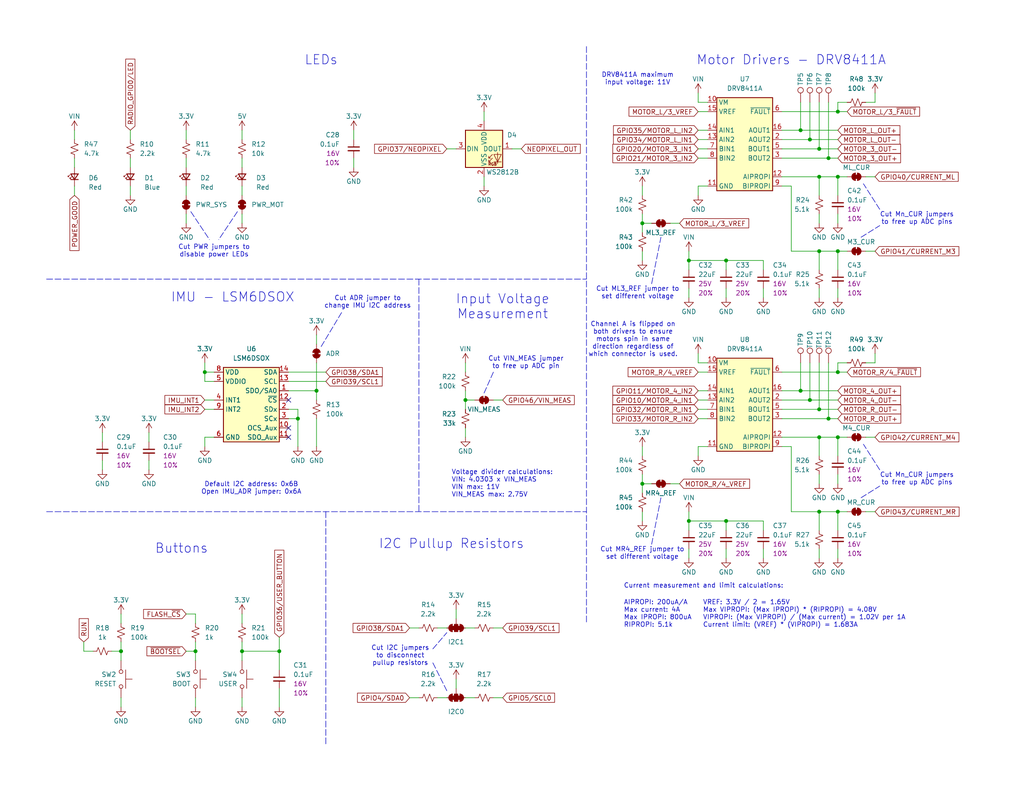
<source format=kicad_sch>
(kicad_sch (version 20231120) (generator "eeschema") (generator_version "8.0")
  (paper "USLetter")
  (title_block (title "SparkFun XRP Control Board") (date "2024-12-12") (rev "v20") (company "SparkFun Electronics") (comment 1 "Designed by: Dryw Wade"))
  (junction (at 66.04 177.8))
  (junction (at 223.52 111.76))
  (junction (at 198.12 71.12))
  (junction (at 218.44 106.68))
  (junction (at 228.6 48.26))
  (junction (at 198.12 142.24))
  (junction (at 228.6 68.58))
  (junction (at 220.98 38.1))
  (junction (at 223.52 139.7))
  (junction (at 175.26 60.96))
  (junction (at 228.6 101.6))
  (junction (at 226.06 114.3))
  (junction (at 220.98 109.22))
  (junction (at 223.52 48.26))
  (junction (at 228.6 119.38))
  (junction (at 226.06 43.18))
  (junction (at 228.6 30.48))
  (junction (at 76.2 177.8))
  (junction (at 223.52 40.64))
  (junction (at 53.34 177.8))
  (junction (at 86.36 106.68))
  (junction (at 175.26 132.08))
  (junction (at 187.96 71.12))
  (junction (at 187.96 142.24))
  (junction (at 228.6 139.7))
  (junction (at 127 109.22))
  (junction (at 223.52 119.38))
  (junction (at 223.52 68.58))
  (junction (at 218.44 35.56))
  (junction (at 33.02 177.8))
  (junction (at 55.88 101.6))
  (junction (at 81.28 114.3))
  (no_connect (at 78.74 119.38))
  (no_connect (at 78.74 116.84))
  (no_connect (at 78.74 109.22))
  (wire (pts (xy 228.6 27.94) (xy 228.6 30.48)))
  (wire (pts (xy 228.6 30.48) (xy 231.14 30.48)))
  (wire (pts (xy 226.06 114.3) (xy 213.36 114.3)))
  (wire (pts (xy 190.5 106.68) (xy 193.04 106.68)))
  (wire (pts (xy 66.04 193.04) (xy 66.04 190.5)))
  (wire (pts (xy 175.26 129.54) (xy 175.26 132.08)))
  (wire (pts (xy 66.04 175.26) (xy 66.04 177.8)))
  (wire (pts (xy 228.6 68.58) (xy 228.6 73.66)))
  (polyline (pts (xy 240.03 57.15) (xy 235.585 50.165)) (stroke (width 0) (type dash)))
  (wire (pts (xy 175.26 68.58) (xy 175.26 71.12)))
  (wire (pts (xy 33.02 177.8) (xy 33.02 180.34)))
  (wire (pts (xy 78.74 101.6) (xy 88.9 101.6)))
  (wire (pts (xy 127 119.38) (xy 127 116.84)))
  (wire (pts (xy 187.96 144.78) (xy 187.96 142.24)))
  (wire (pts (xy 223.52 68.58) (xy 228.6 68.58)))
  (wire (pts (xy 81.28 111.76) (xy 81.28 114.3)))
  (polyline (pts (xy 12.7 76.2) (xy 160.02 76.2)) (stroke (width 0) (type dash)))
  (wire (pts (xy 20.32 50.8) (xy 20.32 53.34)))
  (wire (pts (xy 228.6 78.74) (xy 228.6 81.28)))
  (wire (pts (xy 66.04 177.8) (xy 66.04 180.34)))
  (wire (pts (xy 190.5 38.1) (xy 193.04 38.1)))
  (wire (pts (xy 33.02 175.26) (xy 33.02 177.8)))
  (wire (pts (xy 190.5 109.22) (xy 193.04 109.22)))
  (polyline (pts (xy 234.95 135.89) (xy 240.03 132.715)) (stroke (width 0) (type dash)))
  (wire (pts (xy 35.56 50.8) (xy 35.56 53.34)))
  (wire (pts (xy 228.6 139.7) (xy 228.6 144.78)))
  (wire (pts (xy 119.38 190.5) (xy 121.92 190.5)))
  (wire (pts (xy 228.6 38.1) (xy 220.98 38.1)))
  (wire (pts (xy 228.6 119.38) (xy 231.14 119.38)))
  (wire (pts (xy 238.76 99.06) (xy 238.76 96.52)))
  (wire (pts (xy 78.74 114.3) (xy 81.28 114.3)))
  (wire (pts (xy 215.9 50.8) (xy 215.9 68.58)))
  (polyline (pts (xy 240.03 128.27) (xy 235.585 121.285)) (stroke (width 0) (type dash)))
  (wire (pts (xy 33.02 167.64) (xy 33.02 170.18)))
  (wire (pts (xy 50.8 60.96) (xy 50.8 58.42)))
  (polyline (pts (xy 12.7 139.7) (xy 160.02 139.7)) (stroke (width 0) (type dash)))
  (wire (pts (xy 55.88 104.14) (xy 55.88 101.6)))
  (wire (pts (xy 228.6 119.38) (xy 223.52 119.38)))
  (wire (pts (xy 76.2 187.96) (xy 76.2 193.04)))
  (wire (pts (xy 220.98 38.1) (xy 213.36 38.1)))
  (wire (pts (xy 231.14 27.94) (xy 228.6 27.94)))
  (wire (pts (xy 218.44 35.56) (xy 213.36 35.56)))
  (polyline (pts (xy 118.11 177.165) (xy 121.92 172.72)) (stroke (width 0) (type dash)))
  (wire (pts (xy 127 190.5) (xy 129.54 190.5)))
  (wire (pts (xy 215.9 121.92) (xy 215.9 139.7)))
  (wire (pts (xy 228.6 114.3) (xy 226.06 114.3)))
  (wire (pts (xy 223.52 149.86) (xy 223.52 152.4)))
  (wire (pts (xy 193.04 50.8) (xy 190.5 50.8)))
  (wire (pts (xy 55.88 119.38) (xy 55.88 121.92)))
  (wire (pts (xy 127 171.45) (xy 129.54 171.45)))
  (wire (pts (xy 190.5 25.4) (xy 190.5 27.94)))
  (wire (pts (xy 223.52 48.26) (xy 223.52 53.34)))
  (wire (pts (xy 226.06 43.18) (xy 213.36 43.18)))
  (polyline (pts (xy 52.07 57.785) (xy 57.15 65.405)) (stroke (width 0) (type dash)))
  (wire (pts (xy 228.6 101.6) (xy 231.14 101.6)))
  (polyline (pts (xy 64.77 57.785) (xy 59.69 65.405)) (stroke (width 0) (type dash)))
  (wire (pts (xy 40.64 128.27) (xy 40.64 125.73)))
  (wire (pts (xy 142.24 40.64) (xy 139.7 40.64)))
  (wire (pts (xy 213.36 48.26) (xy 223.52 48.26)))
  (wire (pts (xy 223.52 27.94) (xy 223.52 40.64)))
  (wire (pts (xy 53.34 175.26) (xy 53.34 177.8)))
  (wire (pts (xy 193.04 27.94) (xy 190.5 27.94)))
  (polyline (pts (xy 118.11 180.975) (xy 121.92 188.595)) (stroke (width 0) (type dash)))
  (wire (pts (xy 213.36 119.38) (xy 223.52 119.38)))
  (wire (pts (xy 213.36 50.8) (xy 215.9 50.8)))
  (wire (pts (xy 58.42 104.14) (xy 55.88 104.14)))
  (wire (pts (xy 228.6 58.42) (xy 228.6 60.96)))
  (wire (pts (xy 55.88 101.6) (xy 55.88 99.06)))
  (polyline (pts (xy 87.63 94.615) (xy 93.345 85.09)) (stroke (width 0) (type dash)))
  (wire (pts (xy 175.26 139.7) (xy 175.26 142.24)))
  (wire (pts (xy 231.14 99.06) (xy 228.6 99.06)))
  (wire (pts (xy 175.26 121.92) (xy 175.26 124.46)))
  (wire (pts (xy 50.8 177.8) (xy 53.34 177.8)))
  (wire (pts (xy 223.52 40.64) (xy 213.36 40.64)))
  (wire (pts (xy 228.6 124.46) (xy 228.6 119.38)))
  (wire (pts (xy 66.04 38.1) (xy 66.04 35.56)))
  (wire (pts (xy 228.6 43.18) (xy 226.06 43.18)))
  (wire (pts (xy 223.52 119.38) (xy 223.52 124.46)))
  (wire (pts (xy 208.28 142.24) (xy 208.28 144.78)))
  (wire (pts (xy 193.04 121.92) (xy 190.5 121.92)))
  (wire (pts (xy 190.5 50.8) (xy 190.5 53.34)))
  (wire (pts (xy 134.62 190.5) (xy 137.16 190.5)))
  (wire (pts (xy 228.6 48.26) (xy 228.6 53.34)))
  (wire (pts (xy 86.36 91.44) (xy 86.36 93.98)))
  (wire (pts (xy 190.5 114.3) (xy 193.04 114.3)))
  (wire (pts (xy 223.52 111.76) (xy 213.36 111.76)))
  (wire (pts (xy 55.88 111.76) (xy 58.42 111.76)))
  (wire (pts (xy 66.04 177.8) (xy 76.2 177.8)))
  (wire (pts (xy 86.36 99.06) (xy 86.36 106.68)))
  (wire (pts (xy 175.26 60.96) (xy 177.8 60.96)))
  (wire (pts (xy 121.92 40.64) (xy 124.46 40.64)))
  (wire (pts (xy 81.28 114.3) (xy 81.28 121.92)))
  (wire (pts (xy 58.42 101.6) (xy 55.88 101.6)))
  (wire (pts (xy 78.74 111.76) (xy 81.28 111.76)))
  (wire (pts (xy 27.94 128.27) (xy 27.94 125.73)))
  (polyline (pts (xy 88.9 139.7) (xy 88.9 203.2)) (stroke (width 0) (type dash)))
  (wire (pts (xy 220.98 99.06) (xy 220.98 109.22)))
  (polyline (pts (xy 132.08 107.315) (xy 134.62 101.6)) (stroke (width 0) (type dash)))
  (wire (pts (xy 228.6 139.7) (xy 231.14 139.7)))
  (wire (pts (xy 226.06 27.94) (xy 226.06 43.18)))
  (wire (pts (xy 124.46 185.42) (xy 124.46 187.96)))
  (wire (pts (xy 96.52 35.56) (xy 96.52 38.1)))
  (wire (pts (xy 236.22 99.06) (xy 238.76 99.06)))
  (wire (pts (xy 190.5 30.48) (xy 193.04 30.48)))
  (wire (pts (xy 175.26 60.96) (xy 175.26 63.5)))
  (wire (pts (xy 119.38 171.45) (xy 121.92 171.45)))
  (wire (pts (xy 27.94 118.11) (xy 27.94 120.65)))
  (wire (pts (xy 215.9 139.7) (xy 223.52 139.7)))
  (wire (pts (xy 208.28 149.86) (xy 208.28 152.4)))
  (wire (pts (xy 86.36 106.68) (xy 86.36 109.22)))
  (wire (pts (xy 132.08 50.8) (xy 132.08 48.26)))
  (polyline (pts (xy 234.95 64.77) (xy 240.03 61.595)) (stroke (width 0) (type dash)))
  (polyline (pts (xy 177.8 77.47) (xy 180.34 64.77)) (stroke (width 0) (type dash)))
  (wire (pts (xy 114.3 171.45) (xy 111.76 171.45)))
  (wire (pts (xy 236.22 48.26) (xy 238.76 48.26)))
  (wire (pts (xy 50.8 50.8) (xy 50.8 53.34)))
  (wire (pts (xy 228.6 109.22) (xy 220.98 109.22)))
  (wire (pts (xy 78.74 104.14) (xy 88.9 104.14)))
  (wire (pts (xy 40.64 118.11) (xy 40.64 120.65)))
  (wire (pts (xy 96.52 45.72) (xy 96.52 43.18)))
  (wire (pts (xy 127 106.68) (xy 127 109.22)))
  (wire (pts (xy 218.44 27.94) (xy 218.44 35.56)))
  (wire (pts (xy 76.2 173.99) (xy 76.2 177.8)))
  (wire (pts (xy 134.62 171.45) (xy 137.16 171.45)))
  (wire (pts (xy 213.36 30.48) (xy 228.6 30.48)))
  (wire (pts (xy 175.26 58.42) (xy 175.26 60.96)))
  (polyline (pts (xy 177.8 148.59) (xy 180.34 135.89)) (stroke (width 0) (type dash)))
  (wire (pts (xy 187.96 81.28) (xy 187.96 78.74)))
  (wire (pts (xy 223.52 99.06) (xy 223.52 111.76)))
  (wire (pts (xy 228.6 129.54) (xy 228.6 132.08)))
  (wire (pts (xy 187.96 139.7) (xy 187.96 142.24)))
  (wire (pts (xy 53.34 177.8) (xy 53.34 180.34)))
  (wire (pts (xy 190.5 101.6) (xy 193.04 101.6)))
  (wire (pts (xy 187.96 71.12) (xy 198.12 71.12)))
  (wire (pts (xy 213.36 121.92) (xy 215.9 121.92)))
  (wire (pts (xy 187.96 142.24) (xy 198.12 142.24)))
  (wire (pts (xy 228.6 149.86) (xy 228.6 152.4)))
  (wire (pts (xy 213.36 101.6) (xy 228.6 101.6)))
  (wire (pts (xy 175.26 132.08) (xy 177.8 132.08)))
  (wire (pts (xy 127 99.06) (xy 127 101.6)))
  (wire (pts (xy 190.5 111.76) (xy 193.04 111.76)))
  (wire (pts (xy 228.6 106.68) (xy 218.44 106.68)))
  (wire (pts (xy 198.12 71.12) (xy 208.28 71.12)))
  (wire (pts (xy 215.9 68.58) (xy 223.52 68.58)))
  (wire (pts (xy 190.5 121.92) (xy 190.5 124.46)))
  (wire (pts (xy 190.5 40.64) (xy 193.04 40.64)))
  (wire (pts (xy 223.52 129.54) (xy 223.52 132.08)))
  (wire (pts (xy 53.34 167.64) (xy 50.8 167.64)))
  (wire (pts (xy 198.12 152.4) (xy 198.12 149.86)))
  (polyline (pts (xy 160.02 12.7) (xy 160.02 170.18)) (stroke (width 0) (type dash)))
  (wire (pts (xy 127 109.22) (xy 127 111.76)))
  (wire (pts (xy 185.42 132.08) (xy 182.88 132.08)))
  (wire (pts (xy 238.76 27.94) (xy 238.76 25.4)))
  (wire (pts (xy 66.04 60.96) (xy 66.04 58.42)))
  (wire (pts (xy 53.34 167.64) (xy 53.34 170.18)))
  (wire (pts (xy 33.02 193.04) (xy 33.02 190.5)))
  (wire (pts (xy 30.48 177.8) (xy 33.02 177.8)))
  (wire (pts (xy 228.6 111.76) (xy 223.52 111.76)))
  (wire (pts (xy 220.98 27.94) (xy 220.98 38.1)))
  (wire (pts (xy 220.98 109.22) (xy 213.36 109.22)))
  (wire (pts (xy 20.32 43.18) (xy 20.32 45.72)))
  (wire (pts (xy 226.06 99.06) (xy 226.06 114.3)))
  (wire (pts (xy 228.6 99.06) (xy 228.6 101.6)))
  (wire (pts (xy 50.8 43.18) (xy 50.8 45.72)))
  (wire (pts (xy 132.08 30.48) (xy 132.08 33.02)))
  (wire (pts (xy 236.22 27.94) (xy 238.76 27.94)))
  (wire (pts (xy 78.74 106.68) (xy 86.36 106.68)))
  (wire (pts (xy 190.5 35.56) (xy 193.04 35.56)))
  (wire (pts (xy 127 109.22) (xy 129.54 109.22)))
  (wire (pts (xy 238.76 119.38) (xy 236.22 119.38)))
  (wire (pts (xy 193.04 99.06) (xy 190.5 99.06)))
  (wire (pts (xy 198.12 142.24) (xy 198.12 144.78)))
  (wire (pts (xy 187.96 152.4) (xy 187.96 149.86)))
  (wire (pts (xy 223.52 139.7) (xy 228.6 139.7)))
  (wire (pts (xy 86.36 114.3) (xy 86.36 121.92)))
  (wire (pts (xy 223.52 48.26) (xy 228.6 48.26)))
  (wire (pts (xy 218.44 106.68) (xy 213.36 106.68)))
  (wire (pts (xy 175.26 132.08) (xy 175.26 134.62)))
  (wire (pts (xy 35.56 45.72) (xy 35.56 43.18)))
  (wire (pts (xy 236.22 68.58) (xy 238.76 68.58)))
  (wire (pts (xy 20.32 38.1) (xy 20.32 35.56)))
  (wire (pts (xy 228.6 40.64) (xy 223.52 40.64)))
  (wire (pts (xy 223.52 58.42) (xy 223.52 60.96)))
  (wire (pts (xy 228.6 48.26) (xy 231.14 48.26)))
  (wire (pts (xy 223.52 68.58) (xy 223.52 73.66)))
  (wire (pts (xy 55.88 109.22) (xy 58.42 109.22)))
  (wire (pts (xy 114.3 190.5) (xy 111.76 190.5)))
  (wire (pts (xy 208.28 71.12) (xy 208.28 73.66)))
  (wire (pts (xy 134.62 109.22) (xy 137.16 109.22)))
  (wire (pts (xy 228.6 35.56) (xy 218.44 35.56)))
  (wire (pts (xy 66.04 43.18) (xy 66.04 45.72)))
  (wire (pts (xy 190.5 43.18) (xy 193.04 43.18)))
  (wire (pts (xy 198.12 142.24) (xy 208.28 142.24)))
  (wire (pts (xy 53.34 193.04) (xy 53.34 190.5)))
  (wire (pts (xy 218.44 99.06) (xy 218.44 106.68)))
  (wire (pts (xy 35.56 38.1) (xy 35.56 35.56)))
  (wire (pts (xy 228.6 68.58) (xy 231.14 68.58)))
  (wire (pts (xy 187.96 73.66) (xy 187.96 71.12)))
  (wire (pts (xy 124.46 166.37) (xy 124.46 168.91)))
  (wire (pts (xy 175.26 50.8) (xy 175.26 53.34)))
  (wire (pts (xy 208.28 78.74) (xy 208.28 81.28)))
  (wire (pts (xy 50.8 38.1) (xy 50.8 35.56)))
  (wire (pts (xy 236.22 139.7) (xy 238.76 139.7)))
  (wire (pts (xy 190.5 96.52) (xy 190.5 99.06)))
  (wire (pts (xy 187.96 68.58) (xy 187.96 71.12)))
  (wire (pts (xy 22.86 177.8) (xy 25.4 177.8)))
  (wire (pts (xy 223.52 139.7) (xy 223.52 144.78)))
  (wire (pts (xy 58.42 119.38) (xy 55.88 119.38)))
  (wire (pts (xy 198.12 81.28) (xy 198.12 78.74)))
  (wire (pts (xy 198.12 71.12) (xy 198.12 73.66)))
  (wire (pts (xy 66.04 50.8) (xy 66.04 53.34)))
  (wire (pts (xy 223.52 78.74) (xy 223.52 81.28)))
  (wire (pts (xy 185.42 60.96) (xy 182.88 60.96)))
  (wire (pts (xy 22.86 175.26) (xy 22.86 177.8)))
  (wire (pts (xy 66.04 167.64) (xy 66.04 170.18)))
  (polyline (pts (xy 114.3 76.2) (xy 114.3 139.7)) (stroke (width 0) (type dash)))
  (wire (pts (xy 76.2 177.8) (xy 76.2 182.88)))
  (text "Channel A is flipped on\nboth drivers to ensure\nmotors spin in same\ndirection regardless of\nwhich connector is used." (at 172.72 92.71 0) (effects (font (size 1.27 1.27))))
  (text "I2C Pullup Resistors" (at 123.19 148.59 0) (effects (font (size 2.54 2.54))))
  (text "Cut Mn_CUR jumpers\nto free up ADC pins" (at 250.19 130.81 0) (effects (font (size 1.27 1.27))))
  (text "LEDs" (at 87.63 16.51 0) (effects (font (size 2.54 2.54))))
  (text "Cut ADR jumper to\nchange IMU I2C address" (at 100.33 82.55 0) (effects (font (size 1.27 1.27))))
  (text "Cut ML3_REF jumper to\nset different voltage" (at 173.99 80.01 0) (effects (font (size 1.27 1.27))))
  (text "Cut VIN_MEAS jumper\nto free up ADC pin" (at 143.51 99.06 0) (effects (font (size 1.27 1.27))))
  (text "Current measurement and limit calculations:" (at 170.18 160.02 0) (effects (font (size 1.27 1.27)) (justify left)))
  (text "AIPROPI: 200uA/A\nMax current: 4A\nMax IPROPI: 800uA\nRIPROPI: 5.1k" (at 170.18 167.64 0) (effects (font (size 1.27 1.27)) (justify left)))
  (text "Motor Drivers - DRV8411A" (at 215.9 16.51 0) (effects (font (size 2.54 2.54))))
  (text "Input Voltage\nMeasurement" (at 137.16 83.82 0) (effects (font (size 2.54 2.54))))
  (text "Cut PWR jumpers to\ndisable power LEDs" (at 58.42 68.58 0) (effects (font (size 1.27 1.27))))
  (text "VREF: 3.3V / 2 = 1.65V\nMax VIPROPI: (Max IPROPI) * (RIPROPI) = 4.08V\nVIPROPI: (Max VIPROPI) / (Max current) = 1.02V per 1A\nCurrent limit: (VREF) * (VIPROPI) = 1.683A" (at 191.77 167.64 0) (effects (font (size 1.27 1.27)) (justify left)))
  (text "Voltage divider calculations:\nVIN: 4.0303 x VIN_MEAS\nVIN max: 11V\nVIN_MEAS max: 2.75V" (at 123.19 132.08 0) (effects (font (size 1.27 1.27)) (justify left)))
  (text "Buttons" (at 49.53 149.86 0) (effects (font (size 2.54 2.54))))
  (text "Cut I2C jumpers\nto disconnect\npullup resistors" (at 109.22 179.07 0) (effects (font (size 1.27 1.27))))
  (text "Default I2C address: 0x6B\nOpen IMU_ADR jumper: 0x6A" (at 68.58 133.35 0) (effects (font (size 1.27 1.27))))
  (text "Cut MR4_REF jumper to\nset different voltage" (at 175.26 151.13 0) (effects (font (size 1.27 1.27))))
  (text "IMU - LSM6DSOX" (at 63.5 81.28 0) (effects (font (size 2.54 2.54))))
  (text "Cut Mn_CUR jumpers\nto free up ADC pins" (at 250.19 59.69 0) (effects (font (size 1.27 1.27))))
  (text "DRV8411A maximum\ninput voltage: 11V" (at 173.99 21.59 0) (effects (font (size 1.27 1.27))))
  (global_label "MOTOR_R{slash}4_~{FAULT}" (shape input) (at 231.14 101.6 0) (property "Intersheetrefs" "${INTERSHEET_REFS}" (effects (hide yes))))
  (global_label "GPIO46{slash}VIN_MEAS" (shape input) (at 137.16 109.22 0) (property "Intersheetrefs" "${INTERSHEET_REFS}" (effects (hide yes))))
  (global_label "GPIO5{slash}SCL0" (shape input) (at 137.16 190.5 0) (property "Intersheetrefs" "${INTERSHEET_REFS}" (effects (hide yes))))
  (global_label "GPIO42{slash}CURRENT_M4" (shape input) (at 238.76 119.38 0) (property "Intersheetrefs" "${INTERSHEET_REFS}" (effects (hide yes))))
  (global_label "MOTOR_4_OUT-" (shape input) (at 228.6 109.22 0) (property "Intersheetrefs" "${INTERSHEET_REFS}" (effects (hide yes))))
  (global_label "GPIO39{slash}SCL1" (shape input) (at 137.16 171.45 0) (property "Intersheetrefs" "${INTERSHEET_REFS}" (effects (hide yes))))
  (global_label "MOTOR_R{slash}4_VREF" (shape input) (at 185.42 132.08 0) (property "Intersheetrefs" "${INTERSHEET_REFS}" (effects (hide yes))))
  (global_label "GPIO4{slash}SDA0" (shape input) (at 111.76 190.5 180) (property "Intersheetrefs" "${INTERSHEET_REFS}" (effects (hide yes))))
  (global_label "RUN" (shape input) (at 22.86 175.26 90) (property "Intersheetrefs" "${INTERSHEET_REFS}" (effects (hide yes))))
  (global_label "MOTOR_R_OUT+" (shape input) (at 228.6 114.3 0) (property "Intersheetrefs" "${INTERSHEET_REFS}" (effects (hide yes))))
  (global_label "GPIO41{slash}CURRENT_M3" (shape input) (at 238.76 68.58 0) (property "Intersheetrefs" "${INTERSHEET_REFS}" (effects (hide yes))))
  (global_label "POWER_GOOD" (shape input) (at 20.32 53.34 270) (property "Intersheetrefs" "${INTERSHEET_REFS}" (effects (hide yes))))
  (global_label "GPIO39{slash}SCL1" (shape input) (at 88.9 104.14 0) (property "Intersheetrefs" "${INTERSHEET_REFS}" (effects (hide yes))))
  (global_label "MOTOR_3_OUT+" (shape input) (at 228.6 43.18 0) (property "Intersheetrefs" "${INTERSHEET_REFS}" (effects (hide yes))))
  (global_label "GPIO10{slash}MOTOR_4_IN1" (shape input) (at 190.5 109.22 180) (property "Intersheetrefs" "${INTERSHEET_REFS}" (effects (hide yes))))
  (global_label "GPIO11{slash}MOTOR_4_IN2" (shape input) (at 190.5 106.68 180) (property "Intersheetrefs" "${INTERSHEET_REFS}" (effects (hide yes))))
  (global_label "MOTOR_R_OUT-" (shape input) (at 228.6 111.76 0) (property "Intersheetrefs" "${INTERSHEET_REFS}" (effects (hide yes))))
  (global_label "MOTOR_L{slash}3_~{FAULT}" (shape input) (at 231.14 30.48 0) (property "Intersheetrefs" "${INTERSHEET_REFS}" (effects (hide yes))))
  (global_label "GPIO38{slash}SDA1" (shape input) (at 111.76 171.45 180) (property "Intersheetrefs" "${INTERSHEET_REFS}" (effects (hide yes))))
  (global_label "GPIO36{slash}USER_BUTTON" (shape input) (at 76.2 173.99 90) (property "Intersheetrefs" "${INTERSHEET_REFS}" (effects (hide yes))))
  (global_label "IMU_INT2" (shape input) (at 55.88 111.76 180) (property "Intersheetrefs" "${INTERSHEET_REFS}" (effects (hide yes))))
  (global_label "GPIO38{slash}SDA1" (shape input) (at 88.9 101.6 0) (property "Intersheetrefs" "${INTERSHEET_REFS}" (effects (hide yes))))
  (global_label "NEOPIXEL_OUT" (shape input) (at 142.24 40.64 0) (property "Intersheetrefs" "${INTERSHEET_REFS}" (effects (hide yes))))
  (global_label "MOTOR_L{slash}3_VREF" (shape input) (at 190.5 30.48 180) (property "Intersheetrefs" "${INTERSHEET_REFS}" (effects (hide yes))))
  (global_label "MOTOR_L_OUT-" (shape input) (at 228.6 38.1 0) (property "Intersheetrefs" "${INTERSHEET_REFS}" (effects (hide yes))))
  (global_label "~{BOOTSEL}" (shape input) (at 50.8 177.8 180) (property "Intersheetrefs" "${INTERSHEET_REFS}" (effects (hide yes))))
  (global_label "MOTOR_3_OUT-" (shape input) (at 228.6 40.64 0) (property "Intersheetrefs" "${INTERSHEET_REFS}" (effects (hide yes))))
  (global_label "RADIO_GPIO0{slash}LED" (shape input) (at 35.56 35.56 90) (property "Intersheetrefs" "${INTERSHEET_REFS}" (effects (hide yes))))
  (global_label "GPIO40{slash}CURRENT_ML" (shape input) (at 238.76 48.26 0) (property "Intersheetrefs" "${INTERSHEET_REFS}" (effects (hide yes))))
  (global_label "MOTOR_R{slash}4_VREF" (shape input) (at 190.5 101.6 180) (property "Intersheetrefs" "${INTERSHEET_REFS}" (effects (hide yes))))
  (global_label "MOTOR_L{slash}3_VREF" (shape input) (at 185.42 60.96 0) (property "Intersheetrefs" "${INTERSHEET_REFS}" (effects (hide yes))))
  (global_label "GPIO37{slash}NEOPIXEL" (shape input) (at 121.92 40.64 180) (property "Intersheetrefs" "${INTERSHEET_REFS}" (effects (hide yes))))
  (global_label "GPIO32{slash}MOTOR_R_IN1" (shape input) (at 190.5 111.76 180) (property "Intersheetrefs" "${INTERSHEET_REFS}" (effects (hide yes))))
  (global_label "IMU_INT1" (shape input) (at 55.88 109.22 180) (property "Intersheetrefs" "${INTERSHEET_REFS}" (effects (hide yes))))
  (global_label "FLASH_~{CS}" (shape input) (at 50.8 167.64 180) (property "Intersheetrefs" "${INTERSHEET_REFS}" (effects (hide yes))))
  (global_label "GPIO43{slash}CURRENT_MR" (shape input) (at 238.76 139.7 0) (property "Intersheetrefs" "${INTERSHEET_REFS}" (effects (hide yes))))
  (global_label "MOTOR_4_OUT+" (shape input) (at 228.6 106.68 0) (property "Intersheetrefs" "${INTERSHEET_REFS}" (effects (hide yes))))
  (global_label "GPIO21{slash}MOTOR_3_IN2" (shape input) (at 190.5 43.18 180) (property "Intersheetrefs" "${INTERSHEET_REFS}" (effects (hide yes))))
  (global_label "MOTOR_L_OUT+" (shape input) (at 228.6 35.56 0) (property "Intersheetrefs" "${INTERSHEET_REFS}" (effects (hide yes))))
  (global_label "GPIO33{slash}MOTOR_R_IN2" (shape input) (at 190.5 114.3 180) (property "Intersheetrefs" "${INTERSHEET_REFS}" (effects (hide yes))))
  (global_label "GPIO20{slash}MOTOR_3_IN1" (shape input) (at 190.5 40.64 180) (property "Intersheetrefs" "${INTERSHEET_REFS}" (effects (hide yes))))
  (global_label "GPIO35{slash}MOTOR_L_IN2" (shape input) (at 190.5 35.56 180) (property "Intersheetrefs" "${INTERSHEET_REFS}" (effects (hide yes))))
  (global_label "GPIO34{slash}MOTOR_L_IN1" (shape input) (at 190.5 38.1 180) (property "Intersheetrefs" "${INTERSHEET_REFS}" (effects (hide yes))))
  (symbol (lib_id "SparkFun-Switch:SPST_Push_SMD_4.6x2.8mm_h2.5mm") (at 66.04 185.42 270) (mirror x) (unit 1)
    (property "Reference" "SW4" (at 64.77 184.1499 90) (effects (justify right)))
    (property "Value" "USER" (at 64.77 186.6899 90) (effects (justify right)))
    (property "Footprint" "SparkFun-Switch:Push_SMD_4.6x2.8mm_h2.5mm" (effects (hide yes)))
    (property "Description" "Single Pole Single Throw (SPST) switch" (effects (hide yes)))
    (property "PROD_ID" "SWCH-15606" (effects (hide yes)))
  )
  (symbol (lib_id "SparkFun-PowerSymbol:GND") (at 223.52 60.96 0) (unit 1)
    (property "Reference" "#PWR084" (effects (hide yes)))
    (property "Value" "GND" (at 223.52 64.77 0))
    (property "Description" "Power symbol creates a global label with name \"GND\" , ground" (effects (hide yes)))
  )
  (symbol (lib_id "SparkFun-PowerSymbol:GND") (at 76.2 193.04 0) (unit 1)
    (property "Reference" "#PWR076" (effects (hide yes)))
    (property "Value" "GND" (at 76.2 196.85 0))
    (property "Description" "Power symbol creates a global label with name \"GND\" , ground" (effects (hide yes)))
  )
  (symbol (lib_id "SparkFun-Switch:SPST_Push_SMD_4.6x2.8mm_h2.5mm") (at 33.02 185.42 270) (mirror x) (unit 1)
    (property "Reference" "SW2" (at 31.75 184.1499 90) (effects (justify right)))
    (property "Value" "RESET" (at 31.75 186.6899 90) (effects (justify right)))
    (property "Footprint" "SparkFun-Switch:Push_SMD_4.6x2.8mm_h2.5mm" (effects (hide yes)))
    (property "Description" "Single Pole Single Throw (SPST) switch" (effects (hide yes)))
    (property "PROD_ID" "SWCH-15606" (effects (hide yes)))
  )
  (symbol (lib_id "SparkFun-PowerSymbol:3.3V") (at 27.94 118.11 0) (unit 1)
    (property "Reference" "#PWR060" (effects (hide yes)))
    (property "Value" "3.3V" (at 27.94 114.3 0))
    (property "Description" "Power symbol creates a global label with name \"3.3V\"" (effects (hide yes)))
  )
  (symbol (lib_id "SparkFun-Resistor:10k_0402") (at 66.04 40.64 90) (unit 1)
    (property "Reference" "R12" (at 68.58 39.3699 90) (effects (justify right)))
    (property "Value" "10k" (at 68.58 41.9099 90) (effects (justify right)))
    (property "Footprint" "SparkFun-Resistor:R_0402_1005Metric" (effects (hide yes)))
    (property "Datasheet" "https://www.vishay.com/docs/20035/dcrcwe3.pdf" (effects (hide yes)))
    (property "Description" "Resistor" (effects (hide yes)))
    (property "PROD_ID" "RES-14241" (effects (hide yes)))
  )
  (symbol (lib_id "SparkFun-PowerSymbol:GND") (at 66.04 193.04 0) (unit 1)
    (property "Reference" "#PWR075" (effects (hide yes)))
    (property "Value" "GND" (at 66.04 196.85 0))
    (property "Description" "Power symbol creates a global label with name \"GND\" , ground" (effects (hide yes)))
  )
  (symbol (lib_id "SparkFun-PowerSymbol:GND") (at 50.8 60.96 0) (unit 1)
    (property "Reference" "#PWR053" (effects (hide yes)))
    (property "Value" "GND" (at 50.8 64.77 0))
    (property "Description" "Power symbol creates a global label with name \"GND\" , ground" (effects (hide yes)))
  )
  (symbol (lib_id "SparkFun-Resistor:100k_0402") (at 175.26 66.04 90) (unit 1)
    (property "Reference" "R43" (at 172.72 64.7699 90) (effects (justify left)))
    (property "Value" "100k" (at 172.72 67.3099 90) (effects (justify left)))
    (property "Footprint" "SparkFun-Resistor:R_0402_1005Metric" (effects (hide yes)))
    (property "Datasheet" "https://www.vishay.com/docs/20035/dcrcwe3.pdf" (effects (hide yes)))
    (property "Description" "Resistor" (effects (hide yes)))
    (property "PROD_ID" "RES-13495" (effects (hide yes)))
  )
  (symbol (lib_id "SparkFun-Capacitor:0.1uF_0402_16V_10%") (at 208.28 76.2 0) (unit 1)
    (property "Reference" "C34" (at 210.82 72.3962 0) (effects (justify left)))
    (property "Value" "0.1uF" (at 210.82 74.9362 0) (effects (justify left)))
    (property "Footprint" "SparkFun-Capacitor:C_0402_1005Metric" (effects (hide yes)))
    (property "Datasheet" "https://cdn.sparkfun.com/assets/8/a/4/a/5/Kemet_Capacitor_Datasheet.pdf" (effects (hide yes)))
    (property "Description" "Unpolarized capacitor" (effects (hide yes)))
    (property "PROD_ID" "CAP-12416" (effects (hide yes)))
    (property "Voltage" "16V" (at 210.82 77.4762 0) (effects (justify left)))
    (property "Tolerance" "10%" (at 210.82 80.0162 0) (effects (justify left)))
  )
  (symbol (lib_id "SparkFun-PowerSymbol:GND") (at 55.88 121.92 0) (unit 1)
    (property "Reference" "#PWR065" (effects (hide yes)))
    (property "Value" "GND" (at 55.88 125.73 0))
    (property "Description" "Power symbol creates a global label with name \"GND\" , ground" (effects (hide yes)))
  )
  (symbol (lib_id "SparkFun-Jumper:SolderJumper_2_Bridged") (at 50.8 55.88 90) (unit 1)
    (property "Reference" "JP1" (effects (hide yes)))
    (property "Value" "PWR_SYS" (at 53.34 55.8799 90) (effects (justify right)))
    (property "Footprint" "SparkFun-Jumper:Jumper_2_NC_Trace" (effects (hide yes)))
    (property "Description" "Solder Jumper, 2-pole, closed/bridged" (effects (hide yes)))
  )
  (symbol (lib_id "SparkFun-Jumper:SolderJumper_2_Bridged") (at 66.04 55.88 90) (unit 1)
    (property "Reference" "JP2" (effects (hide yes)))
    (property "Value" "PWR_MOT" (at 68.58 55.8799 90) (effects (justify right)))
    (property "Footprint" "SparkFun-Jumper:Jumper_2_NC_Trace" (effects (hide yes)))
    (property "Description" "Solder Jumper, 2-pole, closed/bridged" (effects (hide yes)))
  )
  (symbol (lib_id "SparkFun-Connector:TestPoint_1.0mm") (at 218.44 27.94 0) (unit 1)
    (property "Reference" "TP5" (at 218.44 21.59 90))
    (property "Value" "1.0mm" (effects (hide yes)))
    (property "Footprint" "SparkFun-Connector:TestPoint-1.0mm" (effects (hide yes)))
    (property "Description" "Test Point" (effects (hide yes)))
  )
  (symbol (lib_id "SparkFun-LED:LED_Red_0603") (at 20.32 48.26 90) (unit 1)
    (property "Reference" "D6" (at 24.13 48.5774 90) (effects (justify right)))
    (property "Value" "Red" (at 24.13 51.1174 90) (effects (justify right)))
    (property "Footprint" "SparkFun-LED:LED_0603_1608Metric_Red" (effects (hide yes)))
    (property "Datasheet" "https://docs.broadcom.com/docs/AV02-0551EN" (effects (hide yes)))
    (property "Description" "Light emitting diode" (effects (hide yes)))
    (property "PROD_ID" "DIO-17976" (effects (hide yes)))
  )
  (symbol (lib_id "SparkFun-PowerSymbol:3.3V") (at 124.46 166.37 0) (unit 1)
    (property "Reference" "#PWR069" (effects (hide yes)))
    (property "Value" "3.3V" (at 124.46 162.56 0))
    (property "Description" "Power symbol creates a global label with name \"3.3V\"" (effects (hide yes)))
  )
  (symbol (lib_id "SparkFun-PowerSymbol:GND") (at 35.56 53.34 0) (unit 1)
    (property "Reference" "#PWR051" (effects (hide yes)))
    (property "Value" "GND" (at 35.56 57.15 0))
    (property "Description" "Power symbol creates a global label with name \"GND\" , ground" (effects (hide yes)))
  )
  (symbol (lib_id "SparkFun-PowerSymbol:GND") (at 198.12 152.4 0) (unit 1)
    (property "Reference" "#PWR088" (effects (hide yes)))
    (property "Value" "GND" (at 198.12 156.21 0))
    (property "Description" "Power symbol creates a global label with name \"GND\" , ground" (effects (hide yes)))
  )
  (symbol (lib_id "SparkFun-Connector:TestPoint_1.0mm") (at 226.06 27.94 0) (unit 1)
    (property "Reference" "TP8" (at 226.06 21.59 90))
    (property "Value" "1.0mm" (effects (hide yes)))
    (property "Footprint" "SparkFun-Connector:TestPoint-1.0mm" (effects (hide yes)))
    (property "Description" "Test Point" (effects (hide yes)))
  )
  (symbol (lib_id "SparkFun-PowerSymbol:GND") (at 81.28 121.92 0) (unit 1)
    (property "Reference" "#PWR066" (effects (hide yes)))
    (property "Value" "GND" (at 81.28 125.73 0))
    (property "Description" "Power symbol creates a global label with name \"GND\" , ground" (effects (hide yes)))
  )
  (symbol (lib_id "SparkFun-Resistor:100k_0402") (at 175.26 127 90) (unit 1)
    (property "Reference" "R44" (at 172.72 125.7299 90) (effects (justify left)))
    (property "Value" "100k" (at 172.72 128.2699 90) (effects (justify left)))
    (property "Footprint" "SparkFun-Resistor:R_0402_1005Metric" (effects (hide yes)))
    (property "Datasheet" "https://www.vishay.com/docs/20035/dcrcwe3.pdf" (effects (hide yes)))
    (property "Description" "Resistor" (effects (hide yes)))
    (property "PROD_ID" "RES-13495" (effects (hide yes)))
  )
  (symbol (lib_id "SparkFun-Resistor:100k_0402") (at 175.26 55.88 90) (unit 1)
    (property "Reference" "R42" (at 172.72 54.6099 90) (effects (justify left)))
    (property "Value" "100k" (at 172.72 57.1499 90) (effects (justify left)))
    (property "Footprint" "SparkFun-Resistor:R_0402_1005Metric" (effects (hide yes)))
    (property "Datasheet" "https://www.vishay.com/docs/20035/dcrcwe3.pdf" (effects (hide yes)))
    (property "Description" "Resistor" (effects (hide yes)))
    (property "PROD_ID" "RES-13495" (effects (hide yes)))
  )
  (symbol (lib_id "SparkFun-PowerSymbol:GND") (at 40.64 128.27 0) (unit 1)
    (property "Reference" "#PWR063" (effects (hide yes)))
    (property "Value" "GND" (at 40.64 132.08 0))
    (property "Description" "Power symbol creates a global label with name \"GND\" , ground" (effects (hide yes)))
  )
  (symbol (lib_id "SparkFun-Jumper:SolderJumper_3_Bridged123") (at 124.46 171.45 180) (unit 1)
    (property "Reference" "JP5" (effects (hide yes)))
    (property "Value" "I2C1" (at 124.46 175.26 0))
    (property "Footprint" "SparkFun-Jumper:Jumper_3_NC-2_Trace" (effects (hide yes)))
    (property "Description" "Solder Jumper, 3-pole, pins 1+2+3 closed/bridged" (effects (hide yes)))
  )
  (symbol (lib_id "SparkFun-PowerSymbol:3.3V") (at 55.88 99.06 0) (unit 1)
    (property "Reference" "#PWR064" (effects (hide yes)))
    (property "Value" "3.3V" (at 55.88 95.25 0))
    (property "Description" "Power symbol creates a global label with name \"3.3V\"" (effects (hide yes)))
  )
  (symbol (lib_id "SparkFun-PowerSymbol:VIN") (at 187.96 68.58 0) (unit 1)
    (property "Reference" "#PWR079" (effects (hide yes)))
    (property "Value" "VIN" (at 187.96 64.77 0))
    (property "Description" "Power symbol creates a global label with name \"VIN\"" (effects (hide yes)))
  )
  (symbol (lib_id "SparkFun-PowerSymbol:GND") (at 175.26 142.24 0) (unit 1)
    (property "Reference" "#PWR0170" (effects (hide yes)))
    (property "Value" "GND" (at 175.26 146.05 0))
    (property "Description" "Power symbol creates a global label with name \"GND\" , ground" (effects (hide yes)))
  )
  (symbol (lib_id "SparkFun-Resistor:2.2k_0402") (at 116.84 190.5 0) (unit 1)
    (property "Reference" "R16" (at 116.84 184.15 0))
    (property "Value" "2.2k" (at 116.84 186.69 0))
    (property "Footprint" "SparkFun-Resistor:R_0402_1005Metric" (effects (hide yes)))
    (property "Datasheet" "https://www.vishay.com/docs/20035/dcrcwe3.pdf" (effects (hide yes)))
    (property "Description" "Resistor" (effects (hide yes)))
    (property "PROD_ID" "RES-14341" (effects (hide yes)))
  )
  (symbol (lib_id "SparkFun-Capacitor:22uF_0805_25V_20%") (at 187.96 147.32 0) (unit 1)
    (property "Reference" "C35" (at 190.5 143.5162 0) (effects (justify left)))
    (property "Value" "22uF" (at 190.5 146.0562 0) (effects (justify left)))
    (property "Footprint" "SparkFun-Capacitor:C_0805_2012Metric" (effects (hide yes)))
    (property "Datasheet" "https://mm.digikey.com/Volume0/opasdata/d220001/medias/docus/43/CL21A226MOCLRNC_Spec.pdf" (effects (hide yes)))
    (property "Description" "Unpolarized capacitor" (effects (hide yes)))
    (property "PROD_ID" "CAP-23850" (effects (hide yes)))
    (property "Voltage" "25V" (at 190.5 148.5962 0) (effects (justify left)))
    (property "Tolerance" "20%" (at 190.5 151.1362 0) (effects (justify left)))
  )
  (symbol (lib_id "SparkFun-PowerSymbol:GND") (at 208.28 152.4 0) (unit 1)
    (property "Reference" "#PWR089" (effects (hide yes)))
    (property "Value" "GND" (at 208.28 156.21 0))
    (property "Description" "Power symbol creates a global label with name \"GND\" , ground" (effects (hide yes)))
  )
  (symbol (lib_id "SparkFun-PowerSymbol:GND") (at 228.6 60.96 0) (unit 1)
    (property "Reference" "#PWR0173" (effects (hide yes)))
    (property "Value" "GND" (at 228.6 64.77 0))
    (property "Description" "Power symbol creates a global label with name \"GND\" , ground" (effects (hide yes)))
  )
  (symbol (lib_id "SparkFun-PowerSymbol:GND") (at 66.04 60.96 0) (unit 1)
    (property "Reference" "#PWR055" (effects (hide yes)))
    (property "Value" "GND" (at 66.04 64.77 0))
    (property "Description" "Power symbol creates a global label with name \"GND\" , ground" (effects (hide yes)))
  )
  (symbol (lib_id "SparkFun-Resistor:100k_0402") (at 86.36 111.76 90) (unit 1)
    (property "Reference" "R13" (at 88.9 110.4899 90) (effects (justify right)))
    (property "Value" "100k" (at 88.9 113.0299 90) (effects (justify right)))
    (property "Footprint" "SparkFun-Resistor:R_0402_1005Metric" (effects (hide yes)))
    (property "Datasheet" "https://www.vishay.com/docs/20035/dcrcwe3.pdf" (effects (hide yes)))
    (property "Description" "Resistor" (effects (hide yes)))
    (property "PROD_ID" "RES-13495" (effects (hide yes)))
  )
  (symbol (lib_id "SparkFun-Resistor:5.1k_0402") (at 223.52 147.32 90) (unit 1)
    (property "Reference" "R27" (at 220.98 146.0499 90) (effects (justify left)))
    (property "Value" "5.1k" (at 220.98 148.5899 90) (effects (justify left)))
    (property "Footprint" "SparkFun-Resistor:R_0402_1005Metric" (effects (hide yes)))
    (property "Datasheet" "https://www.vishay.com/docs/20035/dcrcwe3.pdf" (effects (hide yes)))
    (property "Description" "Resistor" (effects (hide yes)))
    (property "PROD_ID" "RES-14340" (effects (hide yes)))
  )
  (symbol (lib_id "SparkFun-PowerSymbol:GND") (at 228.6 132.08 0) (unit 1)
    (property "Reference" "#PWR0175" (effects (hide yes)))
    (property "Value" "GND" (at 228.6 135.89 0))
    (property "Description" "Power symbol creates a global label with name \"GND\" , ground" (effects (hide yes)))
  )
  (symbol (lib_id "SparkFun-Resistor:2.2k_0402") (at 132.08 190.5 0) (unit 1)
    (property "Reference" "R17" (at 132.08 184.15 0))
    (property "Value" "2.2k" (at 132.08 186.69 0))
    (property "Footprint" "SparkFun-Resistor:R_0402_1005Metric" (effects (hide yes)))
    (property "Datasheet" "https://www.vishay.com/docs/20035/dcrcwe3.pdf" (effects (hide yes)))
    (property "Description" "Resistor" (effects (hide yes)))
    (property "PROD_ID" "RES-14341" (effects (hide yes)))
  )
  (symbol (lib_id "SparkFun-PowerSymbol:3.3V") (at 50.8 35.56 0) (unit 1)
    (property "Reference" "#PWR052" (effects (hide yes)))
    (property "Value" "3.3V" (at 50.8 31.75 0))
    (property "Description" "Power symbol creates a global label with name \"3.3V\"" (effects (hide yes)))
  )
  (symbol (lib_id "SparkFun-Capacitor:22uF_0805_25V_20%") (at 198.12 147.32 0) (unit 1)
    (property "Reference" "C36" (at 200.66 143.5162 0) (effects (justify left)))
    (property "Value" "22uF" (at 200.66 146.0562 0) (effects (justify left)))
    (property "Footprint" "SparkFun-Capacitor:C_0805_2012Metric" (effects (hide yes)))
    (property "Datasheet" "https://mm.digikey.com/Volume0/opasdata/d220001/medias/docus/43/CL21A226MOCLRNC_Spec.pdf" (effects (hide yes)))
    (property "Description" "Unpolarized capacitor" (effects (hide yes)))
    (property "PROD_ID" "CAP-23850" (effects (hide yes)))
    (property "Voltage" "25V" (at 200.66 148.5962 0) (effects (justify left)))
    (property "Tolerance" "20%" (at 200.66 151.1362 0) (effects (justify left)))
  )
  (symbol (lib_id "SparkFun-PowerSymbol:3.3V") (at 132.08 30.48 0) (unit 1)
    (property "Reference" "#PWR058" (effects (hide yes)))
    (property "Value" "3.3V" (at 132.08 26.67 0))
    (property "Description" "Power symbol creates a global label with name \"3.3V\"" (effects (hide yes)))
  )
  (symbol (lib_id "SparkFun-PowerSymbol:GND") (at 190.5 53.34 0) (unit 1)
    (property "Reference" "#PWR083" (effects (hide yes)))
    (property "Value" "GND" (at 190.5 57.15 0))
    (property "Description" "Power symbol creates a global label with name \"GND\" , ground" (effects (hide yes)))
  )
  (symbol (lib_id "SparkFun-PowerSymbol:GND") (at 223.52 152.4 0) (unit 1)
    (property "Reference" "#PWR092" (effects (hide yes)))
    (property "Value" "GND" (at 223.52 156.21 0))
    (property "Description" "Power symbol creates a global label with name \"GND\" , ground" (effects (hide yes)))
  )
  (symbol (lib_id "SparkFun-PowerSymbol:VIN") (at 20.32 35.56 0) (unit 1)
    (property "Reference" "#PWR0177" (effects (hide yes)))
    (property "Value" "VIN" (at 20.32 31.75 0))
    (property "Description" "Power symbol creates a global label with name \"VIN\"" (effects (hide yes)))
  )
  (symbol (lib_id "SparkFun-PowerSymbol:GND") (at 127 119.38 0) (unit 1)
    (property "Reference" "#PWR078" (effects (hide yes)))
    (property "Value" "GND" (at 127 123.19 0))
    (property "Description" "Power symbol creates a global label with name \"GND\" , ground" (effects (hide yes)))
  )
  (symbol (lib_id "SparkFun-PowerSymbol:5V") (at 66.04 35.56 0) (unit 1)
    (property "Reference" "#PWR054" (effects (hide yes)))
    (property "Value" "5V" (at 66.04 31.75 0))
    (property "Description" "Power symbol creates a global label with name \"5V\"" (effects (hide yes)))
  )
  (symbol (lib_id "SparkFun-Jumper:SolderJumper_2_Bridged") (at 233.68 119.38 0) (unit 1)
    (property "Reference" "JP12" (effects (hide yes)))
    (property "Value" "M4_CUR" (at 233.68 116.84 0))
    (property "Footprint" "SparkFun-Jumper:Jumper_2_NC_Trace" (effects (hide yes)))
    (property "Description" "Solder Jumper, 2-pole, closed/bridged" (effects (hide yes)))
  )
  (symbol (lib_id "SparkFun-Resistor:1k_0402") (at 53.34 172.72 90) (unit 1)
    (property "Reference" "R20" (at 55.88 171.4499 90) (effects (justify right)))
    (property "Value" "1k" (at 55.88 173.9899 90) (effects (justify right)))
    (property "Footprint" "SparkFun-Resistor:R_0402_1005Metric" (effects (hide yes)))
    (property "Datasheet" "https://www.vishay.com/docs/20035/dcrcwe3.pdf" (effects (hide yes)))
    (property "Description" "Resistor" (effects (hide yes)))
    (property "PROD_ID" "RES-14342" (effects (hide yes)))
  )
  (symbol (lib_id "SparkFun-Connector:TestPoint_1.0mm") (at 220.98 99.06 0) (unit 1)
    (property "Reference" "TP10" (at 220.98 92.71 90))
    (property "Value" "1.0mm" (effects (hide yes)))
    (property "Footprint" "SparkFun-Connector:TestPoint-1.0mm" (effects (hide yes)))
    (property "Description" "Test Point" (effects (hide yes)))
  )
  (symbol (lib_id "SparkFun-PowerSymbol:GND") (at 228.6 81.28 0) (unit 1)
    (property "Reference" "#PWR0174" (effects (hide yes)))
    (property "Value" "GND" (at 228.6 85.09 0))
    (property "Description" "Power symbol creates a global label with name \"GND\" , ground" (effects (hide yes)))
  )
  (symbol (lib_id "SparkFun-Resistor:1k_0402") (at 27.94 177.8 180) (unit 1)
    (property "Reference" "R18" (at 27.94 171.45 0))
    (property "Value" "1k" (at 27.94 173.99 0))
    (property "Footprint" "SparkFun-Resistor:R_0402_1005Metric" (effects (hide yes)))
    (property "Datasheet" "https://www.vishay.com/docs/20035/dcrcwe3.pdf" (effects (hide yes)))
    (property "Description" "Resistor" (effects (hide yes)))
    (property "PROD_ID" "RES-14342" (effects (hide yes)))
  )
  (symbol (lib_id "SparkFun-IC-Special-Function:DRV8411A") (at 203.2 39.37 0) (unit 1)
    (property "Reference" "U7" (at 203.2 21.59 0))
    (property "Value" "DRV8411A" (at 203.2 24.13 0))
    (property "Footprint" "SparkFun-Semiconductor-Standard:QFN-16" (effects (hide yes)))
    (property "Datasheet" "https://www.ti.com/lit/ds/symlink/drv8411a.pdf" (effects (hide yes)))
    (property "Description" "Motor Driver" (effects (hide yes)))
    (property "PROD_ID" "IC-23691" (effects (hide yes)))
  )
  (symbol (lib_id "SparkFun-Resistor:100k_0402") (at 233.68 27.94 180) (unit 1)
    (property "Reference" "R48" (at 233.68 21.59 0))
    (property "Value" "100k" (at 233.68 24.13 0))
    (property "Footprint" "SparkFun-Resistor:R_0402_1005Metric" (effects (hide yes)))
    (property "Datasheet" "https://www.vishay.com/docs/20035/dcrcwe3.pdf" (effects (hide yes)))
    (property "Description" "Resistor" (effects (hide yes)))
    (property "PROD_ID" "RES-13495" (effects (hide yes)))
  )
  (symbol (lib_id "SparkFun-PowerSymbol:VIN") (at 127 99.06 0) (unit 1)
    (property "Reference" "#PWR077" (effects (hide yes)))
    (property "Value" "VIN" (at 127 95.25 0))
    (property "Description" "Power symbol creates a global label with name \"VIN\"" (effects (hide yes)))
  )
  (symbol (lib_id "SparkFun-Resistor:100k_0402") (at 233.68 99.06 180) (unit 1)
    (property "Reference" "R49" (at 233.68 92.71 0))
    (property "Value" "100k" (at 233.68 95.25 0))
    (property "Footprint" "SparkFun-Resistor:R_0402_1005Metric" (effects (hide yes)))
    (property "Datasheet" "https://www.vishay.com/docs/20035/dcrcwe3.pdf" (effects (hide yes)))
    (property "Description" "Resistor" (effects (hide yes)))
    (property "PROD_ID" "RES-13495" (effects (hide yes)))
  )
  (symbol (lib_id "SparkFun-PowerSymbol:GND") (at 86.36 121.92 0) (unit 1)
    (property "Reference" "#PWR068" (effects (hide yes)))
    (property "Value" "GND" (at 86.36 125.73 0))
    (property "Description" "Power symbol creates a global label with name \"GND\" , ground" (effects (hide yes)))
  )
  (symbol (lib_id "SparkFun-PowerSymbol:VIN") (at 190.5 25.4 0) (unit 1)
    (property "Reference" "#PWR0172" (effects (hide yes)))
    (property "Value" "VIN" (at 190.5 21.59 0))
    (property "Description" "Power symbol creates a global label with name \"VIN\"" (effects (hide yes)))
  )
  (symbol (lib_id "SparkFun-PowerSymbol:GND") (at 27.94 128.27 0) (unit 1)
    (property "Reference" "#PWR061" (effects (hide yes)))
    (property "Value" "GND" (at 27.94 132.08 0))
    (property "Description" "Power symbol creates a global label with name \"GND\" , ground" (effects (hide yes)))
  )
  (symbol (lib_id "SparkFun-PowerSymbol:GND") (at 187.96 152.4 0) (unit 1)
    (property "Reference" "#PWR087" (effects (hide yes)))
    (property "Value" "GND" (at 187.96 156.21 0))
    (property "Description" "Power symbol creates a global label with name \"GND\" , ground" (effects (hide yes)))
  )
  (symbol (lib_id "SparkFun-Sensor:LSM6DSOX") (at 68.58 110.49 0) (unit 1)
    (property "Reference" "U6" (at 68.58 95.25 0))
    (property "Value" "LSM6DSOX" (at 68.58 97.79 0))
    (property "Footprint" "SparkFun-Sensor:LGA-14L" (effects (hide yes)))
    (property "Datasheet" "https://www.st.com/resource/en/datasheet/lsm6dsox.pdf" (effects (hide yes)))
    (property "Description" "6-DoF IMU" (effects (hide yes)))
    (property "PROD_ID" "IC-18009" (effects (hide yes)))
  )
  (symbol (lib_id "SparkFun-Jumper:SolderJumper_3_Bridged123") (at 124.46 190.5 180) (unit 1)
    (property "Reference" "JP6" (effects (hide yes)))
    (property "Value" "I2C0" (at 124.46 194.31 0))
    (property "Footprint" "SparkFun-Jumper:Jumper_3_NC-2_Trace" (effects (hide yes)))
    (property "Description" "Solder Jumper, 3-pole, pins 1+2+3 closed/bridged" (effects (hide yes)))
  )
  (symbol (lib_id "SparkFun-PowerSymbol:3.3V") (at 66.04 167.64 0) (unit 1)
    (property "Reference" "#PWR074" (effects (hide yes)))
    (property "Value" "3.3V" (at 66.04 163.83 0))
    (property "Description" "Power symbol creates a global label with name \"3.3V\"" (effects (hide yes)))
  )
  (symbol (lib_id "SparkFun-Jumper:SolderJumper_2_Bridged") (at 86.36 96.52 90) (unit 1)
    (property "Reference" "JP4" (effects (hide yes)))
    (property "Value" "ADR" (at 88.9 96.5199 90) (effects (justify right)))
    (property "Footprint" "SparkFun-Jumper:Jumper_2_NC_Trace" (effects (hide yes)))
    (property "Description" "Solder Jumper, 2-pole, closed/bridged" (effects (hide yes)))
  )
  (symbol (lib_id "SparkFun-PowerSymbol:3.3V") (at 40.64 118.11 0) (unit 1)
    (property "Reference" "#PWR062" (effects (hide yes)))
    (property "Value" "3.3V" (at 40.64 114.3 0))
    (property "Description" "Power symbol creates a global label with name \"3.3V\"" (effects (hide yes)))
  )
  (symbol (lib_id "SparkFun-Jumper:SolderJumper_2_Bridged") (at 233.68 48.26 0) (unit 1)
    (property "Reference" "JP10" (effects (hide yes)))
    (property "Value" "ML_CUR" (at 233.68 45.72 0))
    (property "Footprint" "SparkFun-Jumper:Jumper_2_NC_Trace" (effects (hide yes)))
    (property "Description" "Solder Jumper, 2-pole, closed/bridged" (effects (hide yes)))
  )
  (symbol (lib_id "SparkFun-LED:LED_Red_0603") (at 50.8 48.26 90) (unit 1)
    (property "Reference" "D2" (at 54.61 48.5774 90) (effects (justify right)))
    (property "Value" "Red" (at 54.61 51.1174 90) (effects (justify right)))
    (property "Footprint" "SparkFun-LED:LED_0603_1608Metric_Red" (effects (hide yes)))
    (property "Datasheet" "https://docs.broadcom.com/docs/AV02-0551EN" (effects (hide yes)))
    (property "Description" "Light emitting diode" (effects (hide yes)))
    (property "PROD_ID" "DIO-17976" (effects (hide yes)))
  )
  (symbol (lib_id "SparkFun-Capacitor:0.1uF_0402_16V_10%") (at 228.6 76.2 0) (unit 1)
    (property "Reference" "C43" (at 231.14 72.3962 0) (effects (justify left)))
    (property "Value" "0.1uF" (at 231.14 74.9362 0) (effects (justify left)))
    (property "Footprint" "SparkFun-Capacitor:C_0402_1005Metric" (effects (hide yes)))
    (property "Datasheet" "https://cdn.sparkfun.com/assets/8/a/4/a/5/Kemet_Capacitor_Datasheet.pdf" (effects (hide yes)))
    (property "Description" "Unpolarized capacitor" (effects (hide yes)))
    (property "PROD_ID" "CAP-12416" (effects (hide yes)))
    (property "Voltage" "16V" (at 231.14 77.4762 0) (effects (justify left)))
    (property "Tolerance" "10%" (at 231.14 80.0162 0) (effects (justify left)))
  )
  (symbol (lib_id "SparkFun-Capacitor:0.1uF_0402_16V_10%") (at 40.64 123.19 0) (unit 1)
    (property "Reference" "C30" (at 44.45 119.3799 0) (effects (justify left)))
    (property "Value" "0.1uF" (at 44.45 121.9199 0) (effects (justify left)))
    (property "Footprint" "SparkFun-Capacitor:C_0402_1005Metric" (effects (hide yes)))
    (property "Datasheet" "https://cdn.sparkfun.com/assets/8/a/4/a/5/Kemet_Capacitor_Datasheet.pdf" (effects (hide yes)))
    (property "Description" "Unpolarized capacitor" (effects (hide yes)))
    (property "PROD_ID" "CAP-12416" (effects (hide yes)))
    (property "Voltage" "16V" (at 44.45 124.4599 0) (effects (justify left)))
    (property "Tolerance" "10%" (at 44.45 126.9999 0) (effects (justify left)))
  )
  (symbol (lib_id "SparkFun-PowerSymbol:3.3V") (at 33.02 167.64 0) (unit 1)
    (property "Reference" "#PWR071" (effects (hide yes)))
    (property "Value" "3.3V" (at 33.02 163.83 0))
    (property "Description" "Power symbol creates a global label with name \"3.3V\"" (effects (hide yes)))
  )
  (symbol (lib_id "SparkFun-PowerSymbol:GND") (at 228.6 152.4 0) (unit 1)
    (property "Reference" "#PWR0176" (effects (hide yes)))
    (property "Value" "GND" (at 228.6 156.21 0))
    (property "Description" "Power symbol creates a global label with name \"GND\" , ground" (effects (hide yes)))
  )
  (symbol (lib_id "SparkFun-PowerSymbol:3.3V") (at 86.36 91.44 0) (unit 1)
    (property "Reference" "#PWR067" (effects (hide yes)))
    (property "Value" "3.3V" (at 86.36 87.63 0))
    (property "Description" "Power symbol creates a global label with name \"3.3V\"" (effects (hide yes)))
  )
  (symbol (lib_id "SparkFun-Connector:TestPoint_1.0mm") (at 220.98 27.94 0) (unit 1)
    (property "Reference" "TP6" (at 220.98 21.59 90))
    (property "Value" "1.0mm" (effects (hide yes)))
    (property "Footprint" "SparkFun-Connector:TestPoint-1.0mm" (effects (hide yes)))
    (property "Description" "Test Point" (effects (hide yes)))
  )
  (symbol (lib_id "SparkFun-Connector:TestPoint_1.0mm") (at 223.52 27.94 0) (unit 1)
    (property "Reference" "TP7" (at 223.52 21.59 90))
    (property "Value" "1.0mm" (effects (hide yes)))
    (property "Footprint" "SparkFun-Connector:TestPoint-1.0mm" (effects (hide yes)))
    (property "Description" "Test Point" (effects (hide yes)))
  )
  (symbol (lib_id "SparkFun-PowerSymbol:3.3V") (at 175.26 50.8 0) (unit 1)
    (property "Reference" "#PWR0167" (effects (hide yes)))
    (property "Value" "3.3V" (at 175.26 46.99 0))
    (property "Description" "Power symbol creates a global label with name \"3.3V\"" (effects (hide yes)))
  )
  (symbol (lib_id "SparkFun-PowerSymbol:3.3V") (at 175.26 121.92 0) (unit 1)
    (property "Reference" "#PWR0169" (effects (hide yes)))
    (property "Value" "3.3V" (at 175.26 118.11 0))
    (property "Description" "Power symbol creates a global label with name \"3.3V\"" (effects (hide yes)))
  )
  (symbol (lib_id "SparkFun-Resistor:4.7k_0402") (at 20.32 40.64 90) (unit 1)
    (property "Reference" "R47" (at 22.86 39.3699 90) (effects (justify right)))
    (property "Value" "4.7k" (at 22.86 41.9099 90) (effects (justify right)))
    (property "Footprint" "SparkFun-Resistor:R_0402_1005Metric" (effects (hide yes)))
    (property "Datasheet" "https://www.vishay.com/docs/20035/dcrcwe3.pdf" (effects (hide yes)))
    (property "Description" "Resistor" (effects (hide yes)))
    (property "PROD_ID" "RES-15343" (effects (hide yes)))
  )
  (symbol (lib_id "SparkFun-Resistor:4.7k_0402") (at 50.8 40.64 90) (unit 1)
    (property "Reference" "R11" (at 53.34 39.3699 90) (effects (justify right)))
    (property "Value" "4.7k" (at 53.34 41.9099 90) (effects (justify right)))
    (property "Footprint" "SparkFun-Resistor:R_0402_1005Metric" (effects (hide yes)))
    (property "Datasheet" "https://www.vishay.com/docs/20035/dcrcwe3.pdf" (effects (hide yes)))
    (property "Description" "Resistor" (effects (hide yes)))
    (property "PROD_ID" "RES-15343" (effects (hide yes)))
  )
  (symbol (lib_id "SparkFun-Resistor:5.1k_0402") (at 223.52 55.88 90) (unit 1)
    (property "Reference" "R24" (at 220.98 54.6099 90) (effects (justify left)))
    (property "Value" "5.1k" (at 220.98 57.1499 90) (effects (justify left)))
    (property "Footprint" "SparkFun-Resistor:R_0402_1005Metric" (effects (hide yes)))
    (property "Datasheet" "https://www.vishay.com/docs/20035/dcrcwe3.pdf" (effects (hide yes)))
    (property "Description" "Resistor" (effects (hide yes)))
    (property "PROD_ID" "RES-14340" (effects (hide yes)))
  )
  (symbol (lib_id "SparkFun-Resistor:100k_0402") (at 127 104.14 90) (unit 1)
    (property "Reference" "R22" (at 124.46 102.8699 90) (effects (justify left)))
    (property "Value" "100k" (at 124.46 105.4099 90) (effects (justify left)))
    (property "Footprint" "SparkFun-Resistor:R_0402_1005Metric" (effects (hide yes)))
    (property "Datasheet" "https://www.vishay.com/docs/20035/dcrcwe3.pdf" (effects (hide yes)))
    (property "Description" "Resistor" (effects (hide yes)))
    (property "PROD_ID" "RES-13495" (effects (hide yes)))
  )
  (symbol (lib_id "SparkFun-PowerSymbol:GND") (at 198.12 81.28 0) (unit 1)
    (property "Reference" "#PWR081" (effects (hide yes)))
    (property "Value" "GND" (at 198.12 85.09 0))
    (property "Description" "Power symbol creates a global label with name \"GND\" , ground" (effects (hide yes)))
  )
  (symbol (lib_id "SparkFun-PowerSymbol:3.3V") (at 238.76 96.52 0) (unit 1)
    (property "Reference" "#PWR0179" (effects (hide yes)))
    (property "Value" "3.3V" (at 238.76 92.71 0))
    (property "Description" "Power symbol creates a global label with name \"3.3V\"" (effects (hide yes)))
  )
  (symbol (lib_id "SparkFun-Resistor:100k_0402") (at 175.26 137.16 90) (unit 1)
    (property "Reference" "R45" (at 172.72 135.8899 90) (effects (justify left)))
    (property "Value" "100k" (at 172.72 138.4299 90) (effects (justify left)))
    (property "Footprint" "SparkFun-Resistor:R_0402_1005Metric" (effects (hide yes)))
    (property "Datasheet" "https://www.vishay.com/docs/20035/dcrcwe3.pdf" (effects (hide yes)))
    (property "Description" "Resistor" (effects (hide yes)))
    (property "PROD_ID" "RES-13495" (effects (hide yes)))
  )
  (symbol (lib_id "SparkFun-Capacitor:0.1uF_0402_16V_10%") (at 27.94 123.19 0) (unit 1)
    (property "Reference" "C29" (at 31.75 119.3799 0) (effects (justify left)))
    (property "Value" "0.1uF" (at 31.75 121.9199 0) (effects (justify left)))
    (property "Footprint" "SparkFun-Capacitor:C_0402_1005Metric" (effects (hide yes)))
    (property "Datasheet" "https://cdn.sparkfun.com/assets/8/a/4/a/5/Kemet_Capacitor_Datasheet.pdf" (effects (hide yes)))
    (property "Description" "Unpolarized capacitor" (effects (hide yes)))
    (property "PROD_ID" "CAP-12416" (effects (hide yes)))
    (property "Voltage" "16V" (at 31.75 124.4599 0) (effects (justify left)))
    (property "Tolerance" "10%" (at 31.75 126.9999 0) (effects (justify left)))
  )
  (symbol (lib_id "SparkFun-PowerSymbol:VIN") (at 190.5 96.52 0) (unit 1)
    (property "Reference" "#PWR0171" (effects (hide yes)))
    (property "Value" "VIN" (at 190.5 92.71 0))
    (property "Description" "Power symbol creates a global label with name \"VIN\"" (effects (hide yes)))
  )
  (symbol (lib_id "SparkFun-Resistor:2.2k_0402") (at 132.08 171.45 0) (unit 1)
    (property "Reference" "R15" (at 132.08 165.1 0))
    (property "Value" "2.2k" (at 132.08 167.64 0))
    (property "Footprint" "SparkFun-Resistor:R_0402_1005Metric" (effects (hide yes)))
    (property "Datasheet" "https://www.vishay.com/docs/20035/dcrcwe3.pdf" (effects (hide yes)))
    (property "Description" "Resistor" (effects (hide yes)))
    (property "PROD_ID" "RES-14341" (effects (hide yes)))
  )
  (symbol (lib_id "SparkFun-Resistor:2.2k_0402") (at 35.56 40.64 90) (unit 1)
    (property "Reference" "R10" (at 38.1 39.3699 90) (effects (justify right)))
    (property "Value" "2.2k" (at 38.1 41.9099 90) (effects (justify right)))
    (property "Footprint" "SparkFun-Resistor:R_0402_1005Metric" (effects (hide yes)))
    (property "Datasheet" "https://www.vishay.com/docs/20035/dcrcwe3.pdf" (effects (hide yes)))
    (property "Description" "Resistor" (effects (hide yes)))
    (property "PROD_ID" "RES-14341" (effects (hide yes)))
  )
  (symbol (lib_id "SparkFun-Connector:TestPoint_1.0mm") (at 226.06 99.06 0) (unit 1)
    (property "Reference" "TP12" (at 226.06 92.71 90))
    (property "Value" "1.0mm" (effects (hide yes)))
    (property "Footprint" "SparkFun-Connector:TestPoint-1.0mm" (effects (hide yes)))
    (property "Description" "Test Point" (effects (hide yes)))
  )
  (symbol (lib_id "SparkFun-Capacitor:0.1uF_0402_16V_10%") (at 228.6 55.88 0) (unit 1)
    (property "Reference" "C42" (at 231.14 52.0762 0) (effects (justify left)))
    (property "Value" "0.1uF" (at 231.14 54.6162 0) (effects (justify left)))
    (property "Footprint" "SparkFun-Capacitor:C_0402_1005Metric" (effects (hide yes)))
    (property "Datasheet" "https://cdn.sparkfun.com/assets/8/a/4/a/5/Kemet_Capacitor_Datasheet.pdf" (effects (hide yes)))
    (property "Description" "Unpolarized capacitor" (effects (hide yes)))
    (property "PROD_ID" "CAP-12416" (effects (hide yes)))
    (property "Voltage" "16V" (at 231.14 57.1562 0) (effects (justify left)))
    (property "Tolerance" "10%" (at 231.14 59.6962 0) (effects (justify left)))
  )
  (symbol (lib_id "SparkFun-PowerSymbol:GND") (at 53.34 193.04 0) (unit 1)
    (property "Reference" "#PWR073" (effects (hide yes)))
    (property "Value" "GND" (at 53.34 196.85 0))
    (property "Description" "Power symbol creates a global label with name \"GND\" , ground" (effects (hide yes)))
  )
  (symbol (lib_id "SparkFun-Jumper:SolderJumper_2_Bridged") (at 132.08 109.22 0) (unit 1)
    (property "Reference" "JP14" (effects (hide yes)))
    (property "Value" "VIN_MEAS" (at 132.08 111.76 0))
    (property "Footprint" "SparkFun-Jumper:Jumper_2_NC_Trace" (effects (hide yes)))
    (property "Description" "Solder Jumper, 2-pole, closed/bridged" (effects (hide yes)))
  )
  (symbol (lib_id "SparkFun-PowerSymbol:GND") (at 223.52 132.08 0) (unit 1)
    (property "Reference" "#PWR091" (effects (hide yes)))
    (property "Value" "GND" (at 223.52 135.89 0))
    (property "Description" "Power symbol creates a global label with name \"GND\" , ground" (effects (hide yes)))
  )
  (symbol (lib_id "SparkFun-PowerSymbol:GND") (at 187.96 81.28 0) (unit 1)
    (property "Reference" "#PWR080" (effects (hide yes)))
    (property "Value" "GND" (at 187.96 85.09 0))
    (property "Description" "Power symbol creates a global label with name \"GND\" , ground" (effects (hide yes)))
  )
  (symbol (lib_id "SparkFun-Resistor:33k_0402") (at 127 114.3 90) (unit 1)
    (property "Reference" "R23" (at 124.46 113.0299 90) (effects (justify left)))
    (property "Value" "33k" (at 124.46 115.5699 90) (effects (justify left)))
    (property "Footprint" "SparkFun-Resistor:R_0402_1005Metric" (effects (hide yes)))
    (property "Datasheet" "https://www.vishay.com/docs/20035/dcrcwe3.pdf" (effects (hide yes)))
    (property "Description" "Resistor" (effects (hide yes)))
    (property "PROD_ID" "RES-15128" (effects (hide yes)))
  )
  (symbol (lib_id "SparkFun-PowerSymbol:GND") (at 132.08 50.8 0) (unit 1)
    (property "Reference" "#PWR059" (effects (hide yes)))
    (property "Value" "GND" (at 132.08 54.61 0))
    (property "Description" "Power symbol creates a global label with name \"GND\" , ground" (effects (hide yes)))
  )
  (symbol (lib_id "SparkFun-PowerSymbol:GND") (at 223.52 81.28 0) (unit 1)
    (property "Reference" "#PWR085" (effects (hide yes)))
    (property "Value" "GND" (at 223.52 85.09 0))
    (property "Description" "Power symbol creates a global label with name \"GND\" , ground" (effects (hide yes)))
  )
  (symbol (lib_id "SparkFun-Capacitor:22uF_0805_25V_20%") (at 198.12 76.2 0) (mirror y) (unit 1)
    (property "Reference" "C33" (at 200.66 72.3962 0) (effects (justify right)))
    (property "Value" "22uF" (at 200.66 74.9362 0) (effects (justify right)))
    (property "Footprint" "SparkFun-Capacitor:C_0805_2012Metric" (effects (hide yes)))
    (property "Datasheet" "https://mm.digikey.com/Volume0/opasdata/d220001/medias/docus/43/CL21A226MOCLRNC_Spec.pdf" (effects (hide yes)))
    (property "Description" "Unpolarized capacitor" (effects (hide yes)))
    (property "PROD_ID" "CAP-23850" (effects (hide yes)))
    (property "Voltage" "25V" (at 200.66 77.4762 0) (effects (justify right)))
    (property "Tolerance" "20%" (at 200.66 80.0162 0) (effects (justify right)))
  )
  (symbol (lib_id "SparkFun-Resistor:5.1k_0402") (at 223.52 127 90) (unit 1)
    (property "Reference" "R26" (at 220.98 125.7299 90) (effects (justify left)))
    (property "Value" "5.1k" (at 220.98 128.2699 90) (effects (justify left)))
    (property "Footprint" "SparkFun-Resistor:R_0402_1005Metric" (effects (hide yes)))
    (property "Datasheet" "https://www.vishay.com/docs/20035/dcrcwe3.pdf" (effects (hide yes)))
    (property "Description" "Resistor" (effects (hide yes)))
    (property "PROD_ID" "RES-14340" (effects (hide yes)))
  )
  (symbol (lib_id "SparkFun-Resistor:100k_0402") (at 66.04 172.72 90) (unit 1)
    (property "Reference" "R21" (at 68.58 171.4499 90) (effects (justify right)))
    (property "Value" "100k" (at 68.58 173.9899 90) (effects (justify right)))
    (property "Footprint" "SparkFun-Resistor:R_0402_1005Metric" (effects (hide yes)))
    (property "Datasheet" "https://www.vishay.com/docs/20035/dcrcwe3.pdf" (effects (hide yes)))
    (property "Description" "Resistor" (effects (hide yes)))
    (property "PROD_ID" "RES-13495" (effects (hide yes)))
  )
  (symbol (lib_id "SparkFun-Resistor:100k_0402") (at 33.02 172.72 90) (unit 1)
    (property "Reference" "R19" (at 35.56 171.4499 90) (effects (justify right)))
    (property "Value" "100k" (at 35.56 173.9899 90) (effects (justify right)))
    (property "Footprint" "SparkFun-Resistor:R_0402_1005Metric" (effects (hide yes)))
    (property "Datasheet" "https://www.vishay.com/docs/20035/dcrcwe3.pdf" (effects (hide yes)))
    (property "Description" "Resistor" (effects (hide yes)))
    (property "PROD_ID" "RES-13495" (effects (hide yes)))
  )
  (symbol (lib_id "SparkFun-PowerSymbol:3.3V") (at 124.46 185.42 0) (unit 1)
    (property "Reference" "#PWR070" (effects (hide yes)))
    (property "Value" "3.3V" (at 124.46 181.61 0))
    (property "Description" "Power symbol creates a global label with name \"3.3V\"" (effects (hide yes)))
  )
  (symbol (lib_id "SparkFun-Capacitor:0.1uF_0402_16V_10%") (at 208.28 147.32 0) (unit 1)
    (property "Reference" "C37" (at 210.82 143.5162 0) (effects (justify left)))
    (property "Value" "0.1uF" (at 210.82 146.0562 0) (effects (justify left)))
    (property "Footprint" "SparkFun-Capacitor:C_0402_1005Metric" (effects (hide yes)))
    (property "Datasheet" "https://cdn.sparkfun.com/assets/8/a/4/a/5/Kemet_Capacitor_Datasheet.pdf" (effects (hide yes)))
    (property "Description" "Unpolarized capacitor" (effects (hide yes)))
    (property "PROD_ID" "CAP-12416" (effects (hide yes)))
    (property "Voltage" "16V" (at 210.82 148.5962 0) (effects (justify left)))
    (property "Tolerance" "10%" (at 210.82 151.1362 0) (effects (justify left)))
  )
  (symbol (lib_id "SparkFun-LED:LED_Red_0603") (at 66.04 48.26 90) (unit 1)
    (property "Reference" "D3" (at 69.85 48.5774 90) (effects (justify right)))
    (property "Value" "Red" (at 69.85 51.1174 90) (effects (justify right)))
    (property "Footprint" "SparkFun-LED:LED_0603_1608Metric_Red" (effects (hide yes)))
    (property "Datasheet" "https://docs.broadcom.com/docs/AV02-0551EN" (effects (hide yes)))
    (property "Description" "Light emitting diode" (effects (hide yes)))
    (property "PROD_ID" "DIO-17976" (effects (hide yes)))
  )
  (symbol (lib_id "SparkFun-PowerSymbol:GND") (at 190.5 124.46 0) (unit 1)
    (property "Reference" "#PWR090" (effects (hide yes)))
    (property "Value" "GND" (at 190.5 128.27 0))
    (property "Description" "Power symbol creates a global label with name \"GND\" , ground" (effects (hide yes)))
  )
  (symbol (lib_id "SparkFun-Connector:TestPoint_1.0mm") (at 218.44 99.06 0) (unit 1)
    (property "Reference" "TP9" (at 218.44 92.71 90))
    (property "Value" "1.0mm" (effects (hide yes)))
    (property "Footprint" "SparkFun-Connector:TestPoint-1.0mm" (effects (hide yes)))
    (property "Description" "Test Point" (effects (hide yes)))
  )
  (symbol (lib_id "SparkFun-PowerSymbol:GND") (at 175.26 71.12 0) (unit 1)
    (property "Reference" "#PWR0168" (effects (hide yes)))
    (property "Value" "GND" (at 175.26 74.93 0))
    (property "Description" "Power symbol creates a global label with name \"GND\" , ground" (effects (hide yes)))
  )
  (symbol (lib_id "SparkFun-Capacitor:22uF_0805_25V_20%") (at 187.96 76.2 0) (unit 1)
    (property "Reference" "C32" (at 190.5 72.3962 0) (effects (justify left)))
    (property "Value" "22uF" (at 190.5 74.9362 0) (effects (justify left)))
    (property "Footprint" "SparkFun-Capacitor:C_0805_2012Metric" (effects (hide yes)))
    (property "Datasheet" "https://mm.digikey.com/Volume0/opasdata/d220001/medias/docus/43/CL21A226MOCLRNC_Spec.pdf" (effects (hide yes)))
    (property "Description" "Unpolarized capacitor" (effects (hide yes)))
    (property "PROD_ID" "CAP-23850" (effects (hide yes)))
    (property "Voltage" "25V" (at 190.5 77.4762 0) (effects (justify left)))
    (property "Tolerance" "20%" (at 190.5 80.0162 0) (effects (justify left)))
  )
  (symbol (lib_id "SparkFun-PowerSymbol:GND") (at 96.52 45.72 0) (unit 1)
    (property "Reference" "#PWR057" (effects (hide yes)))
    (property "Value" "GND" (at 96.52 49.53 0))
    (property "Description" "Power symbol creates a global label with name \"GND\" , ground" (effects (hide yes)))
  )
  (symbol (lib_id "SparkFun-LED:WS2812B_2020") (at 132.08 40.64 0) (unit 1)
    (property "Reference" "D4" (at 139.7 36.8614 0))
    (property "Value" "WS2812B" (at 137.16 46.99 0))
    (property "Footprint" "SparkFun-LED:WS2812_2020" (effects (hide yes)))
    (property "Datasheet" "https://cdn.sparkfun.com/assets/e/1/0/f/b/WS2812C-2020_V1.2_EN_19112716191654.pdf" (effects (hide yes)))
    (property "Description" "RGB LED with integrated controller" (effects (hide yes)))
    (property "PROD_ID" "DIO-15591" (effects (hide yes)))
  )
  (symbol (lib_id "SparkFun-Jumper:SolderJumper_2_Bridged") (at 233.68 68.58 0) (unit 1)
    (property "Reference" "JP11" (effects (hide yes)))
    (property "Value" "M3_CUR" (at 234.95 66.04 0))
    (property "Footprint" "SparkFun-Jumper:Jumper_2_NC_Trace" (effects (hide yes)))
    (property "Description" "Solder Jumper, 2-pole, closed/bridged" (effects (hide yes)))
  )
  (symbol (lib_id "SparkFun-PowerSymbol:VIN") (at 187.96 139.7 0) (unit 1)
    (property "Reference" "#PWR086" (effects (hide yes)))
    (property "Value" "VIN" (at 187.96 135.89 0))
    (property "Description" "Power symbol creates a global label with name \"VIN\"" (effects (hide yes)))
  )
  (symbol (lib_id "SparkFun-Capacitor:0.1uF_0402_16V_10%") (at 228.6 127 0) (unit 1)
    (property "Reference" "C44" (at 231.14 123.1962 0) (effects (justify left)))
    (property "Value" "0.1uF" (at 231.14 125.7362 0) (effects (justify left)))
    (property "Footprint" "SparkFun-Capacitor:C_0402_1005Metric" (effects (hide yes)))
    (property "Datasheet" "https://cdn.sparkfun.com/assets/8/a/4/a/5/Kemet_Capacitor_Datasheet.pdf" (effects (hide yes)))
    (property "Description" "Unpolarized capacitor" (effects (hide yes)))
    (property "PROD_ID" "CAP-12416" (effects (hide yes)))
    (property "Voltage" "16V" (at 231.14 128.2762 0) (effects (justify left)))
    (property "Tolerance" "10%" (at 231.14 130.8162 0) (effects (justify left)))
  )
  (symbol (lib_id "SparkFun-Jumper:SolderJumper_2_Bridged") (at 233.68 139.7 0) (unit 1)
    (property "Reference" "JP13" (effects (hide yes)))
    (property "Value" "MR_CUR" (at 234.95 137.16 0))
    (property "Footprint" "SparkFun-Jumper:Jumper_2_NC_Trace" (effects (hide yes)))
    (property "Description" "Solder Jumper, 2-pole, closed/bridged" (effects (hide yes)))
  )
  (symbol (lib_id "SparkFun-PowerSymbol:GND") (at 208.28 81.28 0) (unit 1)
    (property "Reference" "#PWR082" (effects (hide yes)))
    (property "Value" "GND" (at 208.28 85.09 0))
    (property "Description" "Power symbol creates a global label with name \"GND\" , ground" (effects (hide yes)))
  )
  (symbol (lib_id "SparkFun-LED:LED_Blue_0603") (at 35.56 48.26 90) (unit 1)
    (property "Reference" "D1" (at 39.37 48.5774 90) (effects (justify right)))
    (property "Value" "Blue" (at 39.37 51.1174 90) (effects (justify right)))
    (property "Footprint" "SparkFun-LED:LED_0603_1608Metric_Blue" (effects (hide yes)))
    (property "Datasheet" "https://media.digikey.com/pdf/Data%20Sheets/Rohm%20PDFs/SMLE12_Series_Rev2.0_2007.pdf" (effects (hide yes)))
    (property "Description" "Light emitting diode" (effects (hide yes)))
    (property "PROD_ID" "DIO-08575" (effects (hide yes)))
  )
  (symbol (lib_id "SparkFun-Resistor:5.1k_0402") (at 223.52 76.2 90) (unit 1)
    (property "Reference" "R25" (at 220.98 74.9299 90) (effects (justify left)))
    (property "Value" "5.1k" (at 220.98 77.4699 90) (effects (justify left)))
    (property "Footprint" "SparkFun-Resistor:R_0402_1005Metric" (effects (hide yes)))
    (property "Datasheet" "https://www.vishay.com/docs/20035/dcrcwe3.pdf" (effects (hide yes)))
    (property "Description" "Resistor" (effects (hide yes)))
    (property "PROD_ID" "RES-14340" (effects (hide yes)))
  )
  (symbol (lib_id "SparkFun-Switch:SPST_Push_SMD_4.6x2.8mm_h2.5mm") (at 53.34 185.42 270) (mirror x) (unit 1)
    (property "Reference" "SW3" (at 52.07 184.1499 90) (effects (justify right)))
    (property "Value" "BOOT" (at 52.07 186.6899 90) (effects (justify right)))
    (property "Footprint" "SparkFun-Switch:Push_SMD_4.6x2.8mm_h2.5mm" (effects (hide yes)))
    (property "Description" "Single Pole Single Throw (SPST) switch" (effects (hide yes)))
    (property "PROD_ID" "SWCH-15606" (effects (hide yes)))
  )
  (symbol (lib_id "SparkFun-Resistor:2.2k_0402") (at 116.84 171.45 0) (unit 1)
    (property "Reference" "R14" (at 116.84 165.1 0))
    (property "Value" "2.2k" (at 116.84 167.64 0))
    (property "Footprint" "SparkFun-Resistor:R_0402_1005Metric" (effects (hide yes)))
    (property "Datasheet" "https://www.vishay.com/docs/20035/dcrcwe3.pdf" (effects (hide yes)))
    (property "Description" "Resistor" (effects (hide yes)))
    (property "PROD_ID" "RES-14341" (effects (hide yes)))
  )
  (symbol (lib_id "SparkFun-IC-Special-Function:DRV8411A") (at 203.2 110.49 0) (unit 1)
    (property "Reference" "U8" (at 203.2 92.71 0))
    (property "Value" "DRV8411A" (at 203.2 95.25 0))
    (property "Footprint" "SparkFun-Semiconductor-Standard:QFN-16" (effects (hide yes)))
    (property "Datasheet" "https://www.ti.com/lit/ds/symlink/drv8411a.pdf" (effects (hide yes)))
    (property "Description" "Motor Driver" (effects (hide yes)))
    (property "PROD_ID" "IC-23691" (effects (hide yes)))
  )
  (symbol (lib_id "SparkFun-Capacitor:0.1uF_0402_16V_10%") (at 96.52 40.64 0) (unit 1)
    (property "Reference" "C28" (at 92.71 36.8299 0) (effects (justify right)))
    (property "Value" "0.1uF" (at 92.71 39.3699 0) (effects (justify right)))
    (property "Footprint" "SparkFun-Capacitor:C_0402_1005Metric" (effects (hide yes)))
    (property "Datasheet" "https://cdn.sparkfun.com/assets/8/a/4/a/5/Kemet_Capacitor_Datasheet.pdf" (effects (hide yes)))
    (property "Description" "Unpolarized capacitor" (effects (hide yes)))
    (property "PROD_ID" "CAP-12416" (effects (hide yes)))
    (property "Voltage" "16V" (at 92.71 41.9099 0) (effects (justify right)))
    (property "Tolerance" "10%" (at 92.71 44.4499 0) (effects (justify right)))
  )
  (symbol (lib_id "SparkFun-Capacitor:0.1uF_0402_16V_10%") (at 228.6 147.32 0) (unit 1)
    (property "Reference" "C45" (at 231.14 143.5162 0) (effects (justify left)))
    (property "Value" "0.1uF" (at 231.14 146.0562 0) (effects (justify left)))
    (property "Footprint" "SparkFun-Capacitor:C_0402_1005Metric" (effects (hide yes)))
    (property "Datasheet" "https://cdn.sparkfun.com/assets/8/a/4/a/5/Kemet_Capacitor_Datasheet.pdf" (effects (hide yes)))
    (property "Description" "Unpolarized capacitor" (effects (hide yes)))
    (property "PROD_ID" "CAP-12416" (effects (hide yes)))
    (property "Voltage" "16V" (at 231.14 148.5962 0) (effects (justify left)))
    (property "Tolerance" "10%" (at 231.14 151.1362 0) (effects (justify left)))
  )
  (symbol (lib_id "SparkFun-PowerSymbol:3.3V") (at 238.76 25.4 0) (unit 1)
    (property "Reference" "#PWR0178" (effects (hide yes)))
    (property "Value" "3.3V" (at 238.76 21.59 0))
    (property "Description" "Power symbol creates a global label with name \"3.3V\"" (effects (hide yes)))
  )
  (symbol (lib_id "SparkFun-PowerSymbol:GND") (at 33.02 193.04 0) (unit 1)
    (property "Reference" "#PWR072" (effects (hide yes)))
    (property "Value" "GND" (at 33.02 196.85 0))
    (property "Description" "Power symbol creates a global label with name \"GND\" , ground" (effects (hide yes)))
  )
  (symbol (lib_id "SparkFun-Jumper:SolderJumper_2_Bridged") (at 180.34 132.08 0) (unit 1)
    (property "Reference" "JP9" (effects (hide yes)))
    (property "Value" "MR4_REF" (at 180.34 134.62 0))
    (property "Footprint" "SparkFun-Jumper:Jumper_2_NC_Trace" (effects (hide yes)))
    (property "Description" "Solder Jumper, 2-pole, closed/bridged" (effects (hide yes)))
  )
  (symbol (lib_id "SparkFun-PowerSymbol:3.3V") (at 96.52 35.56 0) (unit 1)
    (property "Reference" "#PWR056" (effects (hide yes)))
    (property "Value" "3.3V" (at 96.52 31.75 0))
    (property "Description" "Power symbol creates a global label with name \"3.3V\"" (effects (hide yes)))
  )
  (symbol (lib_id "SparkFun-Connector:TestPoint_1.0mm") (at 223.52 99.06 0) (unit 1)
    (property "Reference" "TP11" (at 223.52 92.71 90))
    (property "Value" "1.0mm" (effects (hide yes)))
    (property "Footprint" "SparkFun-Connector:TestPoint-1.0mm" (effects (hide yes)))
    (property "Description" "Test Point" (effects (hide yes)))
  )
  (symbol (lib_id "SparkFun-Jumper:SolderJumper_2_Bridged") (at 180.34 60.96 0) (unit 1)
    (property "Reference" "JP8" (effects (hide yes)))
    (property "Value" "ML3_REF" (at 180.34 63.5 0))
    (property "Footprint" "SparkFun-Jumper:Jumper_2_NC_Trace" (effects (hide yes)))
    (property "Description" "Solder Jumper, 2-pole, closed/bridged" (effects (hide yes)))
  )
  (symbol (lib_id "SparkFun-Capacitor:0.1uF_0402_16V_10%") (at 76.2 185.42 0) (unit 1)
    (property "Reference" "C31" (at 80.01 181.6099 0) (effects (justify left)))
    (property "Value" "0.1uF" (at 80.01 184.1499 0) (effects (justify left)))
    (property "Footprint" "SparkFun-Capacitor:C_0402_1005Metric" (effects (hide yes)))
    (property "Datasheet" "https://cdn.sparkfun.com/assets/8/a/4/a/5/Kemet_Capacitor_Datasheet.pdf" (effects (hide yes)))
    (property "Description" "Unpolarized capacitor" (effects (hide yes)))
    (property "PROD_ID" "CAP-12416" (effects (hide yes)))
    (property "Voltage" "16V" (at 80.01 186.6899 0) (effects (justify left)))
    (property "Tolerance" "10%" (at 80.01 189.2299 0) (effects (justify left)))
  )
)
</source>
